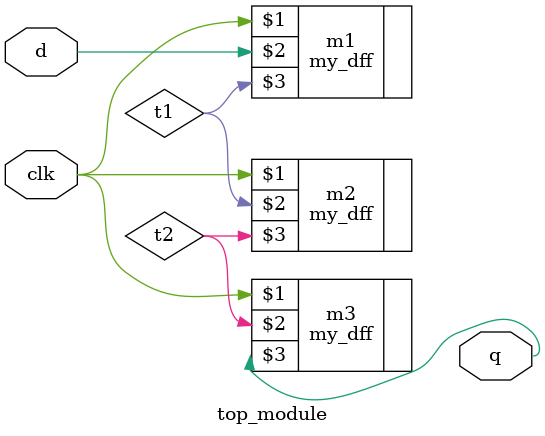
<source format=v>
module top_module ( input clk, input d, output q );

    wire t1, t2;
    
    my_dff m1 (clk, d, t1);
    my_dff m2 (clk, t1, t2);
    my_dff m3 (clk, t2, q);
    
endmodule

</source>
